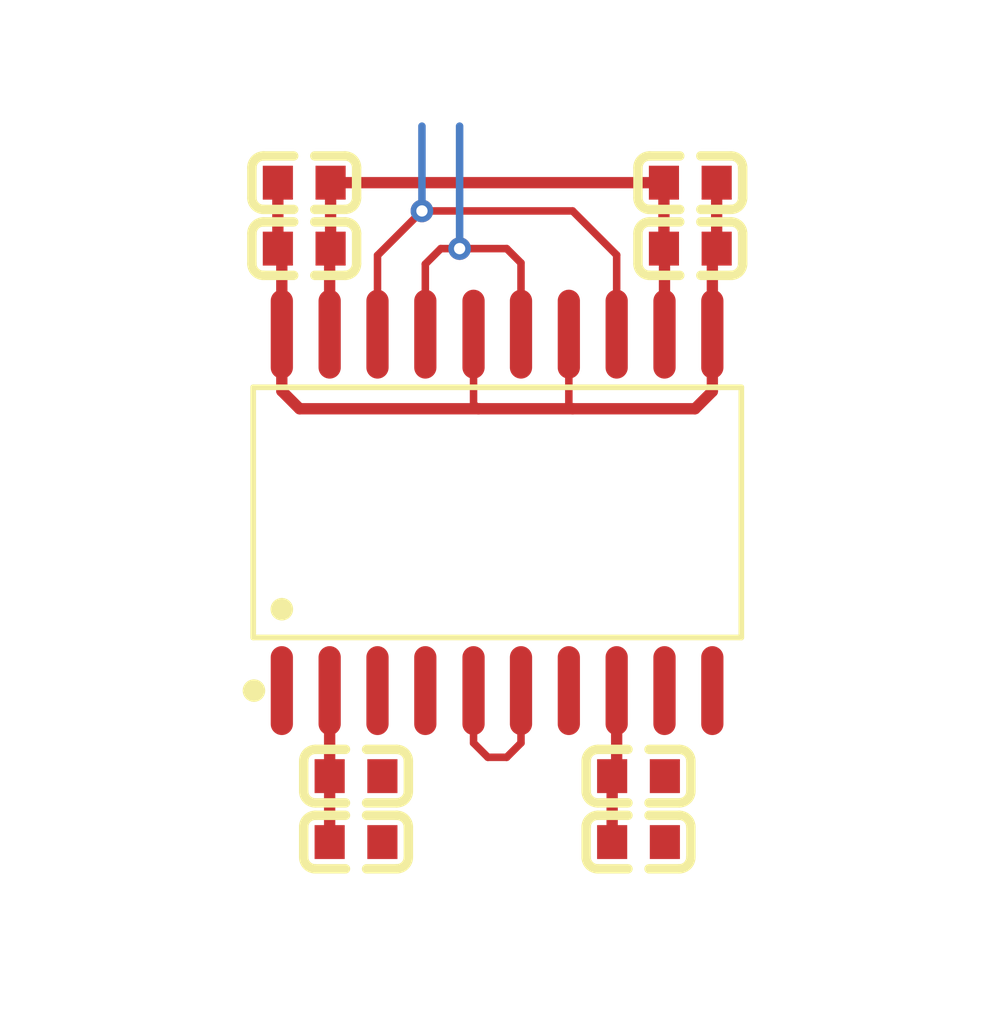
<source format=kicad_pcb>
(kicad_pcb (version 20241229) (generator "pcbnew") (generator_version "9.0")
  (layers (0 "F.Cu" signal) (2 "B.Cu" signal) (13 "F.Paste" user) (15 "B.Paste" user) (5 "F.SilkS" user "F.Silkscreen") (7 "B.SilkS" user "B.Silkscreen") (1 "F.Mask" user) (3 "B.Mask" user) (25 "Edge.Cuts" user))
  (net 0 "")
  (net 1 "hv")
  (net 2 "line-3")
  (net 3 "gnd")
  (net 4 "line-2")
  (net 5 "hv-1")
  (net 6 "line-1")
  (net 7 "line-4")
  (net 8 "gnd-1")
  (net 9 "line")
  (footprint "YAGEO_CC0603JRX7R9BB104:C0603" (layer "F.Cu") (at -3.75 8.75 0)
    (property "Reference" "C7" (hide yes))
    (property "Value" "100nF ±5% 50V X7R")
    (fp_line (start -1.39 0.4) (end -1.39 -0.4) (stroke (width 0.25)) (layer "F.SilkS"))
    (fp_line (start -0.28 -0.71) (end -1.08 -0.71) (stroke (width 0.25)) (layer "F.SilkS"))
    (fp_line (start -0.28 0.71) (end -1.08 0.71) (stroke (width 0.25)) (layer "F.SilkS"))
    (fp_line (start 0.28 -0.71) (end 1.08 -0.71) (stroke (width 0.25)) (layer "F.SilkS"))
    (fp_line (start 0.28 0.71) (end 1.08 0.71) (stroke (width 0.25)) (layer "F.SilkS"))
    (fp_line (start 1.39 -0.4) (end 1.39 0.4) (stroke (width 0.25)) (layer "F.SilkS"))
    (fp_arc (start -1.39 -0.4) (mid -1.299203 -0.619203) (end -1.08 -0.71) (stroke (width 0.25)) (layer "F.SilkS"))
    (fp_arc (start -1.08 0.71) (mid -1.299203 0.619203) (end -1.39 0.4) (stroke (width 0.25)) (layer "F.SilkS"))
    (fp_arc (start 1.08 -0.71) (mid 1.299203 -0.619203) (end 1.39 -0.4) (stroke (width 0.25)) (layer "F.SilkS"))
    (fp_arc (start 1.39 0.4) (mid 1.299203 0.619203) (end 1.08 0.71) (stroke (width 0.25)) (layer "F.SilkS"))
    (pad "1" smd rect (at -0.7 0 0) (size 0.8 0.9) (layers "F.Cu" "F.Mask" "F.Paste") (net 5 "hv-1"))
    (pad "2" smd rect (at 0.7 0 0) (size 0.8 0.9) (layers "F.Cu" "F.Mask" "F.Paste") (net 8 "gnd-1"))
  )
  (footprint "FH_0603B103J500NT:C0603" (layer "F.Cu") (at 3.75 7 0)
    (property "Reference" "C6" (hide yes))
    (property "Value" "10nF ±5% 50V X7R")
    (fp_line (start -1.39 0.4) (end -1.39 -0.4) (stroke (width 0.25)) (layer "F.SilkS"))
    (fp_line (start -0.28 -0.71) (end -1.08 -0.71) (stroke (width 0.25)) (layer "F.SilkS"))
    (fp_line (start -0.28 0.71) (end -1.08 0.71) (stroke (width 0.25)) (layer "F.SilkS"))
    (fp_line (start 0.28 -0.71) (end 1.08 -0.71) (stroke (width 0.25)) (layer "F.SilkS"))
    (fp_line (start 0.28 0.71) (end 1.08 0.71) (stroke (width 0.25)) (layer "F.SilkS"))
    (fp_line (start 1.39 -0.4) (end 1.39 0.4) (stroke (width 0.25)) (layer "F.SilkS"))
    (fp_arc (start -1.39 -0.4) (mid -1.299203 -0.619203) (end -1.08 -0.71) (stroke (width 0.25)) (layer "F.SilkS"))
    (fp_arc (start -1.08 0.71) (mid -1.299203 0.619203) (end -1.39 0.4) (stroke (width 0.25)) (layer "F.SilkS"))
    (fp_arc (start 1.08 -0.71) (mid 1.299203 -0.619203) (end 1.39 -0.4) (stroke (width 0.25)) (layer "F.SilkS"))
    (fp_arc (start 1.39 0.4) (mid 1.299203 0.619203) (end 1.08 0.71) (stroke (width 0.25)) (layer "F.SilkS"))
    (pad "1" smd rect (at -0.7 0 0) (size 0.8 0.9) (layers "F.Cu" "F.Mask" "F.Paste") (net 5 "hv-1"))
    (pad "2" smd rect (at 0.7 0 0) (size 0.8 0.9) (layers "F.Cu" "F.Mask" "F.Paste") (net 8 "gnd-1"))
  )
  (footprint "YAGEO_CC0603JRX7R9BB104:C0603" (layer "F.Cu") (at -5.125 -8.75 180)
    (property "Reference" "C1" (hide yes))
    (property "Value" "100nF ±5% 50V X7R")
    (fp_line (start 1.39 -0.4) (end 1.39 0.4) (stroke (width 0.25)) (layer "F.SilkS"))
    (fp_line (start 0.28 0.71) (end 1.08 0.71) (stroke (width 0.25)) (layer "F.SilkS"))
    (fp_line (start 0.28 -0.71) (end 1.08 -0.71) (stroke (width 0.25)) (layer "F.SilkS"))
    (fp_line (start -0.28 0.71) (end -1.08 0.71) (stroke (width 0.25)) (layer "F.SilkS"))
    (fp_line (start -0.28 -0.71) (end -1.08 -0.71) (stroke (width 0.25)) (layer "F.SilkS"))
    (fp_line (start -1.39 0.4) (end -1.39 -0.4) (stroke (width 0.25)) (layer "F.SilkS"))
    (fp_arc (start 1.39 0.4) (mid 1.299203 0.619203) (end 1.08 0.71) (stroke (width 0.25)) (layer "F.SilkS"))
    (fp_arc (start 1.08 -0.71) (mid 1.299203 -0.619203) (end 1.39 -0.4) (stroke (width 0.25)) (layer "F.SilkS"))
    (fp_arc (start -1.08 0.71) (mid -1.299203 0.619203) (end -1.39 0.4) (stroke (width 0.25)) (layer "F.SilkS"))
    (fp_arc (start -1.39 -0.4) (mid -1.299203 -0.619203) (end -1.08 -0.71) (stroke (width 0.25)) (layer "F.SilkS"))
    (pad "1" smd rect (at -0.7 0 180) (size 0.8 0.9) (layers "F.Cu" "F.Mask" "F.Paste") (net 1 "hv"))
    (pad "2" smd rect (at 0.7 0 180) (size 0.8 0.9) (layers "F.Cu" "F.Mask" "F.Paste") (net 3 "gnd"))
  )
  (footprint "YAGEO_CC0603JRX7R9BB104:C0603" (layer "F.Cu") (at 3.75 8.75 0)
    (property "Reference" "C5" (hide yes))
    (property "Value" "100nF ±5% 50V X7R")
    (fp_line (start -1.39 0.4) (end -1.39 -0.4) (stroke (width 0.25)) (layer "F.SilkS"))
    (fp_line (start -0.28 -0.71) (end -1.08 -0.71) (stroke (width 0.25)) (layer "F.SilkS"))
    (fp_line (start -0.28 0.71) (end -1.08 0.71) (stroke (width 0.25)) (layer "F.SilkS"))
    (fp_line (start 0.28 -0.71) (end 1.08 -0.71) (stroke (width 0.25)) (layer "F.SilkS"))
    (fp_line (start 0.28 0.71) (end 1.08 0.71) (stroke (width 0.25)) (layer "F.SilkS"))
    (fp_line (start 1.39 -0.4) (end 1.39 0.4) (stroke (width 0.25)) (layer "F.SilkS"))
    (fp_arc (start -1.39 -0.4) (mid -1.299203 -0.619203) (end -1.08 -0.71) (stroke (width 0.25)) (layer "F.SilkS"))
    (fp_arc (start -1.08 0.71) (mid -1.299203 0.619203) (end -1.39 0.4) (stroke (width 0.25)) (layer "F.SilkS"))
    (fp_arc (start 1.08 -0.71) (mid 1.299203 -0.619203) (end 1.39 -0.4) (stroke (width 0.25)) (layer "F.SilkS"))
    (fp_arc (start 1.39 0.4) (mid 1.299203 0.619203) (end 1.08 0.71) (stroke (width 0.25)) (layer "F.SilkS"))
    (pad "1" smd rect (at -0.7 0 0) (size 0.8 0.9) (layers "F.Cu" "F.Mask" "F.Paste") (net 5 "hv-1"))
    (pad "2" smd rect (at 0.7 0 0) (size 0.8 0.9) (layers "F.Cu" "F.Mask" "F.Paste") (net 8 "gnd-1"))
  )
  (footprint "YAGEO_CC0603JRX7R9BB104:C0603" (layer "F.Cu") (at 5.125 -8.75 0)
    (property "Reference" "C3" (hide yes))
    (property "Value" "100nF ±5% 50V X7R")
    (fp_line (start -1.39 0.4) (end -1.39 -0.4) (stroke (width 0.25)) (layer "F.SilkS"))
    (fp_line (start -0.28 -0.71) (end -1.08 -0.71) (stroke (width 0.25)) (layer "F.SilkS"))
    (fp_line (start -0.28 0.71) (end -1.08 0.71) (stroke (width 0.25)) (layer "F.SilkS"))
    (fp_line (start 0.28 -0.71) (end 1.08 -0.71) (stroke (width 0.25)) (layer "F.SilkS"))
    (fp_line (start 0.28 0.71) (end 1.08 0.71) (stroke (width 0.25)) (layer "F.SilkS"))
    (fp_line (start 1.39 -0.4) (end 1.39 0.4) (stroke (width 0.25)) (layer "F.SilkS"))
    (fp_arc (start -1.39 -0.4) (mid -1.299203 -0.619203) (end -1.08 -0.71) (stroke (width 0.25)) (layer "F.SilkS"))
    (fp_arc (start -1.08 0.71) (mid -1.299203 0.619203) (end -1.39 0.4) (stroke (width 0.25)) (layer "F.SilkS"))
    (fp_arc (start 1.08 -0.71) (mid 1.299203 -0.619203) (end 1.39 -0.4) (stroke (width 0.25)) (layer "F.SilkS"))
    (fp_arc (start 1.39 0.4) (mid 1.299203 0.619203) (end 1.08 0.71) (stroke (width 0.25)) (layer "F.SilkS"))
    (pad "1" smd rect (at -0.7 0 0) (size 0.8 0.9) (layers "F.Cu" "F.Mask" "F.Paste") (net 1 "hv"))
    (pad "2" smd rect (at 0.7 0 0) (size 0.8 0.9) (layers "F.Cu" "F.Mask" "F.Paste") (net 3 "gnd"))
  )
  (footprint "FH_0603B103J500NT:C0603" (layer "F.Cu") (at 5.125 -7 0)
    (property "Reference" "C4" (hide yes))
    (property "Value" "10nF ±5% 50V X7R")
    (fp_line (start -1.39 0.4) (end -1.39 -0.4) (stroke (width 0.25)) (layer "F.SilkS"))
    (fp_line (start -0.28 -0.71) (end -1.08 -0.71) (stroke (width 0.25)) (layer "F.SilkS"))
    (fp_line (start -0.28 0.71) (end -1.08 0.71) (stroke (width 0.25)) (layer "F.SilkS"))
    (fp_line (start 0.28 -0.71) (end 1.08 -0.71) (stroke (width 0.25)) (layer "F.SilkS"))
    (fp_line (start 0.28 0.71) (end 1.08 0.71) (stroke (width 0.25)) (layer "F.SilkS"))
    (fp_line (start 1.39 -0.4) (end 1.39 0.4) (stroke (width 0.25)) (layer "F.SilkS"))
    (fp_arc (start -1.39 -0.4) (mid -1.299203 -0.619203) (end -1.08 -0.71) (stroke (width 0.25)) (layer "F.SilkS"))
    (fp_arc (start -1.08 0.71) (mid -1.299203 0.619203) (end -1.39 0.4) (stroke (width 0.25)) (layer "F.SilkS"))
    (fp_arc (start 1.08 -0.71) (mid 1.299203 -0.619203) (end 1.39 -0.4) (stroke (width 0.25)) (layer "F.SilkS"))
    (fp_arc (start 1.39 0.4) (mid 1.299203 0.619203) (end 1.08 0.71) (stroke (width 0.25)) (layer "F.SilkS"))
    (pad "1" smd rect (at -0.7 0 0) (size 0.8 0.9) (layers "F.Cu" "F.Mask" "F.Paste") (net 1 "hv"))
    (pad "2" smd rect (at 0.7 0 0) (size 0.8 0.9) (layers "F.Cu" "F.Mask" "F.Paste") (net 3 "gnd"))
  )
  (footprint "Analog_Devices_ADM2587EBRWZ_REEL7:SOIC-20_L13.0-W7.6-P1.27-LS10.3-BL" (layer "F.Cu") (at 0 0 0)
    (property "Reference" "U1" (hide yes))
    (property "Value" "")
    (fp_line (start -6.48 -3.32) (end 6.48 -3.32) (stroke (width 0.15)) (layer "F.SilkS"))
    (fp_line (start -6.48 3.32) (end -6.48 -3.32) (stroke (width 0.15)) (layer "F.SilkS"))
    (fp_line (start 6.48 -3.32) (end 6.48 3.32) (stroke (width 0.15)) (layer "F.SilkS"))
    (fp_line (start 6.48 3.32) (end -6.48 3.32) (stroke (width 0.15)) (layer "F.SilkS"))
    (fp_circle (center -6.46 4.73) (end -6.31 4.73) (stroke (width 0.3)) (fill no) (layer "F.SilkS"))
    (fp_circle (center -5.72 2.57) (end -5.57 2.57) (stroke (width 0.3)) (fill no) (layer "F.SilkS"))
    (pad "1" smd oval (at -5.72 4.73 0) (size 0.59 2.36) (layers "F.Cu" "F.Mask" "F.Paste") (net 8 "gnd-1"))
    (pad "2" smd oval (at -4.45 4.73 0) (size 0.59 2.36) (layers "F.Cu" "F.Mask" "F.Paste") (net 5 "hv-1"))
    (pad "3" smd oval (at -3.18 4.73 0) (size 0.59 2.36) (layers "F.Cu" "F.Mask" "F.Paste") (net 8 "gnd-1"))
    (pad "4" smd oval (at -1.91 4.73 0) (size 0.59 2.36) (layers "F.Cu" "F.Mask" "F.Paste") (net 2 "line-3"))
    (pad "5" smd oval (at -0.63 4.73 0) (size 0.59 2.36) (layers "F.Cu" "F.Mask" "F.Paste") (net 9 "line"))
    (pad "6" smd oval (at 0.63 4.73 0) (size 0.59 2.36) (layers "F.Cu" "F.Mask" "F.Paste") (net 9 "line"))
    (pad "7" smd oval (at 1.9 4.73 0) (size 0.59 2.36) (layers "F.Cu" "F.Mask" "F.Paste") (net 7 "line-4"))
    (pad "8" smd oval (at 3.17 4.73 0) (size 0.59 2.36) (layers "F.Cu" "F.Mask" "F.Paste") (net 5 "hv-1"))
    (pad "9" smd oval (at 4.44 4.73 0) (size 0.59 2.36) (layers "F.Cu" "F.Mask" "F.Paste") (net 8 "gnd-1"))
    (pad "10" smd oval (at 5.71 4.73 0) (size 0.59 2.36) (layers "F.Cu" "F.Mask" "F.Paste") (net 8 "gnd-1"))
    (pad "11" smd oval (at 5.71 -4.73 0) (size 0.59 2.36) (layers "F.Cu" "F.Mask" "F.Paste") (net 3 "gnd"))
    (pad "12" smd oval (at 4.44 -4.73 0) (size 0.59 2.36) (layers "F.Cu" "F.Mask" "F.Paste") (net 1 "hv"))
    (pad "13" smd oval (at 3.17 -4.73 0) (size 0.59 2.36) (layers "F.Cu" "F.Mask" "F.Paste") (net 4 "line-2"))
    (pad "14" smd oval (at 1.9 -4.73 0) (size 0.59 2.36) (layers "F.Cu" "F.Mask" "F.Paste") (net 3 "gnd"))
    (pad "15" smd oval (at 0.63 -4.73 0) (size 0.59 2.36) (layers "F.Cu" "F.Mask" "F.Paste") (net 6 "line-1"))
    (pad "16" smd oval (at -0.63 -4.73 0) (size 0.59 2.36) (layers "F.Cu" "F.Mask" "F.Paste") (net 3 "gnd"))
    (pad "17" smd oval (at -1.91 -4.73 0) (size 0.59 2.36) (layers "F.Cu" "F.Mask" "F.Paste") (net 6 "line-1"))
    (pad "18" smd oval (at -3.18 -4.73 0) (size 0.59 2.36) (layers "F.Cu" "F.Mask" "F.Paste") (net 4 "line-2"))
    (pad "19" smd oval (at -4.45 -4.73 0) (size 0.59 2.36) (layers "F.Cu" "F.Mask" "F.Paste") (net 1 "hv"))
    (pad "20" smd oval (at -5.72 -4.73 0) (size 0.59 2.36) (layers "F.Cu" "F.Mask" "F.Paste") (net 3 "gnd"))
  )
  (footprint "FH_0603B103J500NT:C0603" (layer "F.Cu") (at -5.125 -7 180)
    (property "Reference" "C2" (hide yes))
    (property "Value" "10nF ±5% 50V X7R")
    (fp_line (start 1.39 -0.4) (end 1.39 0.4) (stroke (width 0.25)) (layer "F.SilkS"))
    (fp_line (start 0.28 0.71) (end 1.08 0.71) (stroke (width 0.25)) (layer "F.SilkS"))
    (fp_line (start 0.28 -0.71) (end 1.08 -0.71) (stroke (width 0.25)) (layer "F.SilkS"))
    (fp_line (start -0.28 0.71) (end -1.08 0.71) (stroke (width 0.25)) (layer "F.SilkS"))
    (fp_line (start -0.28 -0.71) (end -1.08 -0.71) (stroke (width 0.25)) (layer "F.SilkS"))
    (fp_line (start -1.39 0.4) (end -1.39 -0.4) (stroke (width 0.25)) (layer "F.SilkS"))
    (fp_arc (start 1.39 0.4) (mid 1.299203 0.619203) (end 1.08 0.71) (stroke (width 0.25)) (layer "F.SilkS"))
    (fp_arc (start 1.08 -0.71) (mid 1.299203 -0.619203) (end 1.39 -0.4) (stroke (width 0.25)) (layer "F.SilkS"))
    (fp_arc (start -1.08 0.71) (mid -1.299203 0.619203) (end -1.39 0.4) (stroke (width 0.25)) (layer "F.SilkS"))
    (fp_arc (start -1.39 -0.4) (mid -1.299203 -0.619203) (end -1.08 -0.71) (stroke (width 0.25)) (layer "F.SilkS"))
    (pad "1" smd rect (at -0.7 0 180) (size 0.8 0.9) (layers "F.Cu" "F.Mask" "F.Paste") (net 1 "hv"))
    (pad "2" smd rect (at 0.7 0 180) (size 0.8 0.9) (layers "F.Cu" "F.Mask" "F.Paste") (net 3 "gnd"))
  )
  (footprint "FH_0603B103J500NT:C0603" (layer "F.Cu") (at -3.75 7 0)
    (property "Reference" "C8" (hide yes))
    (property "Value" "10nF ±5% 50V X7R")
    (fp_line (start -1.39 0.4) (end -1.39 -0.4) (stroke (width 0.25)) (layer "F.SilkS"))
    (fp_line (start -0.28 -0.71) (end -1.08 -0.71) (stroke (width 0.25)) (layer "F.SilkS"))
    (fp_line (start -0.28 0.71) (end -1.08 0.71) (stroke (width 0.25)) (layer "F.SilkS"))
    (fp_line (start 0.28 -0.71) (end 1.08 -0.71) (stroke (width 0.25)) (layer "F.SilkS"))
    (fp_line (start 0.28 0.71) (end 1.08 0.71) (stroke (width 0.25)) (layer "F.SilkS"))
    (fp_line (start 1.39 -0.4) (end 1.39 0.4) (stroke (width 0.25)) (layer "F.SilkS"))
    (fp_arc (start -1.39 -0.4) (mid -1.299203 -0.619203) (end -1.08 -0.71) (stroke (width 0.25)) (layer "F.SilkS"))
    (fp_arc (start -1.08 0.71) (mid -1.299203 0.619203) (end -1.39 0.4) (stroke (width 0.25)) (layer "F.SilkS"))
    (fp_arc (start 1.08 -0.71) (mid 1.299203 -0.619203) (end 1.39 -0.4) (stroke (width 0.25)) (layer "F.SilkS"))
    (fp_arc (start 1.39 0.4) (mid 1.299203 0.619203) (end 1.08 0.71) (stroke (width 0.25)) (layer "F.SilkS"))
    (pad "1" smd rect (at -0.7 0 0) (size 0.8 0.9) (layers "F.Cu" "F.Mask" "F.Paste") (net 5 "hv-1"))
    (pad "2" smd rect (at 0.7 0 0) (size 0.8 0.9) (layers "F.Cu" "F.Mask" "F.Paste") (net 8 "gnd-1"))
  )
  (via (at -2 -8) (size 0.6) (drill 0.3) (layers "F.Cu" "B.Cu") (net 4))
  (via (at -1 -7) (size 0.6) (drill 0.3) (layers "F.Cu" "B.Cu") (net 6))
  (segment (start 4.44 -6.985) (end 4.425 -7) (width 0.3) (net 1) (layer "F.Cu"))
  (segment (start 4.425 -8.75) (end 4.425 -7) (width 0.3) (net 1) (layer "F.Cu"))
  (segment (start -4.45 -4.73) (end -4.45 -6.975) (width 0.3) (net 1) (layer "F.Cu"))
  (segment (start -4.425 -8.75) (end -4.425 -7) (width 0.3) (net 1) (layer "F.Cu"))
  (segment (start -4.425 -8.75) (end 4.425 -8.75) (width 0.3) (net 1) (layer "F.Cu"))
  (segment (start 4.44 -4.73) (end 4.44 -6.985) (width 0.3) (net 1) (layer "F.Cu"))
  (segment (start -4.45 -6.975) (end -4.425 -7) (width 0.3) (net 1) (layer "F.Cu"))
  (segment (start -5.825 -8.75) (end -5.825 -7) (width 0.3) (net 3) (layer "F.Cu"))
  (segment (start 1.9 -2.85) (end 2 -2.75) (width 0.2) (net 3) (layer "F.Cu"))
  (segment (start -5.72 -4.73) (end -5.72 -6.895) (width 0.3) (net 3) (layer "F.Cu"))
  (segment (start 5.825 -8.75) (end 5.825 -7) (width 0.3) (net 3) (layer "F.Cu"))
  (segment (start -0.63 -4.73) (end -0.63 -2.88) (width 0.2) (net 3) (layer "F.Cu"))
  (segment (start -5.72 -4.73) (end -5.72 -3.22) (width 0.3) (net 3) (layer "F.Cu"))
  (segment (start 1.9 -4.73) (end 1.9 -2.85) (width 0.2) (net 3) (layer "F.Cu"))
  (segment (start 5.71 -4.73) (end 5.71 -6.885) (width 0.3) (net 3) (layer "F.Cu"))
  (segment (start -5.25 -2.75) (end -0.5 -2.75) (width 0.3) (net 3) (layer "F.Cu"))
  (segment (start 5.25 -2.75) (end 5.71 -3.21) (width 0.3) (net 3) (layer "F.Cu"))
  (segment (start -0.63 -2.88) (end -0.5 -2.75) (width 0.2) (net 3) (layer "F.Cu"))
  (segment (start -0.5 -2.75) (end 2 -2.75) (width 0.3) (net 3) (layer "F.Cu"))
  (segment (start -5.72 -3.22) (end -5.25 -2.75) (width 0.3) (net 3) (layer "F.Cu"))
  (segment (start 5.71 -6.885) (end 5.825 -7) (width 0.3) (net 3) (layer "F.Cu"))
  (segment (start -5.72 -6.895) (end -5.825 -7) (width 0.3) (net 3) (layer "F.Cu"))
  (segment (start 2 -2.75) (end 5.25 -2.75) (width 0.3) (net 3) (layer "F.Cu"))
  (segment (start 5.71 -3.21) (end 5.71 -4.73) (width 0.3) (net 3) (layer "F.Cu"))
  (segment (start -3.18 -6.82) (end -2 -8) (width 0.2) (net 4) (layer "F.Cu"))
  (segment (start -3.18 -4.73) (end -3.18 -6.82) (width 0.2) (net 4) (layer "F.Cu"))
  (segment (start 3.17 -6.83) (end 3.17 -4.73) (width 0.2) (net 4) (layer "F.Cu"))
  (segment (start 2 -8) (end 3.17 -6.83) (width 0.2) (net 4) (layer "F.Cu"))
  (segment (start -2 -8) (end 2 -8) (width 0.2) (net 4) (layer "F.Cu"))
  (segment (start -2 -8) (end -2 -10.25) (width 0.2) (net 4) (layer "B.Cu"))
  (segment (start 3.17 4.73) (end 3.17 6.88) (width 0.3) (net 5) (layer "F.Cu"))
  (segment (start -4.45 8.75) (end -4.45 7) (width 0.3) (net 5) (layer "F.Cu"))
  (segment (start 3.17 6.88) (end 3.05 7) (width 0.3) (net 5) (layer "F.Cu"))
  (segment (start 3.05 7) (end 3.05 8.75) (width 0.3) (net 5) (layer "F.Cu"))
  (segment (start -4.45 7) (end -4.45 4.73) (width 0.3) (net 5) (layer "F.Cu"))
  (segment (start -1 -7) (end -1.5 -7) (width 0.2) (net 6) (layer "F.Cu"))
  (segment (start 0.25 -7) (end -1 -7) (width 0.2) (net 6) (layer "F.Cu"))
  (segment (start -1.91 -6.59) (end -1.91 -4.73) (width 0.2) (net 6) (layer "F.Cu"))
  (segment (start 0.63 -4.73) (end 0.63 -6.62) (width 0.2) (net 6) (layer "F.Cu"))
  (segment (start -1.5 -7) (end -1.91 -6.59) (width 0.2) (net 6) (layer "F.Cu"))
  (segment (start 0.63 -6.62) (end 0.25 -7) (width 0.2) (net 6) (layer "F.Cu"))
  (segment (start -1 -7) (end -1 -10.25) (width 0.2) (net 6) (layer "B.Cu"))
  (segment (start 0.63 6.12) (end 0.63 4.73) (width 0.2) (net 9) (layer "F.Cu"))
  (segment (start 0.25 6.5) (end 0.63 6.12) (width 0.2) (net 9) (layer "F.Cu"))
  (segment (start -0.63 4.73) (end -0.63 6.12) (width 0.2) (net 9) (layer "F.Cu"))
  (segment (start -0.25 6.5) (end 0.25 6.5) (width 0.2) (net 9) (layer "F.Cu"))
  (segment (start -0.63 6.12) (end -0.25 6.5) (width 0.2) (net 9) (layer "F.Cu"))
)
</source>
